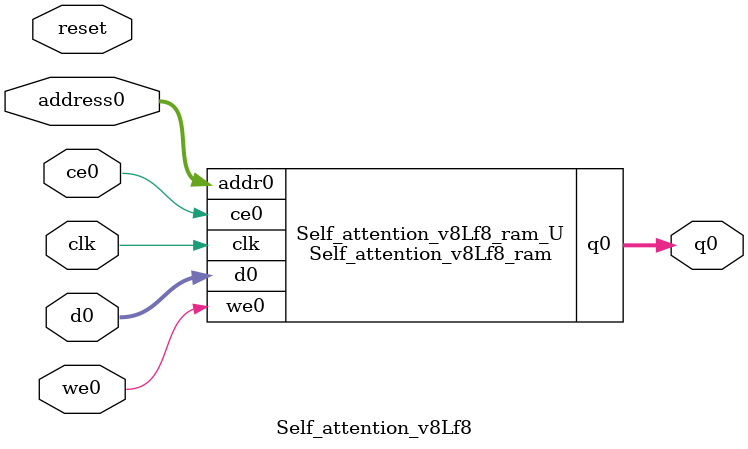
<source format=v>
`timescale 1 ns / 1 ps
module Self_attention_v8Lf8_ram (addr0, ce0, d0, we0, q0,  clk);

parameter DWIDTH = 32;
parameter AWIDTH = 6;
parameter MEM_SIZE = 36;

input[AWIDTH-1:0] addr0;
input ce0;
input[DWIDTH-1:0] d0;
input we0;
output reg[DWIDTH-1:0] q0;
input clk;

(* ram_style = "block" *)reg [DWIDTH-1:0] ram[0:MEM_SIZE-1];




always @(posedge clk)  
begin 
    if (ce0) begin
        if (we0) 
            ram[addr0] <= d0; 
        q0 <= ram[addr0];
    end
end


endmodule

`timescale 1 ns / 1 ps
module Self_attention_v8Lf8(
    reset,
    clk,
    address0,
    ce0,
    we0,
    d0,
    q0);

parameter DataWidth = 32'd32;
parameter AddressRange = 32'd36;
parameter AddressWidth = 32'd6;
input reset;
input clk;
input[AddressWidth - 1:0] address0;
input ce0;
input we0;
input[DataWidth - 1:0] d0;
output[DataWidth - 1:0] q0;



Self_attention_v8Lf8_ram Self_attention_v8Lf8_ram_U(
    .clk( clk ),
    .addr0( address0 ),
    .ce0( ce0 ),
    .we0( we0 ),
    .d0( d0 ),
    .q0( q0 ));

endmodule


</source>
